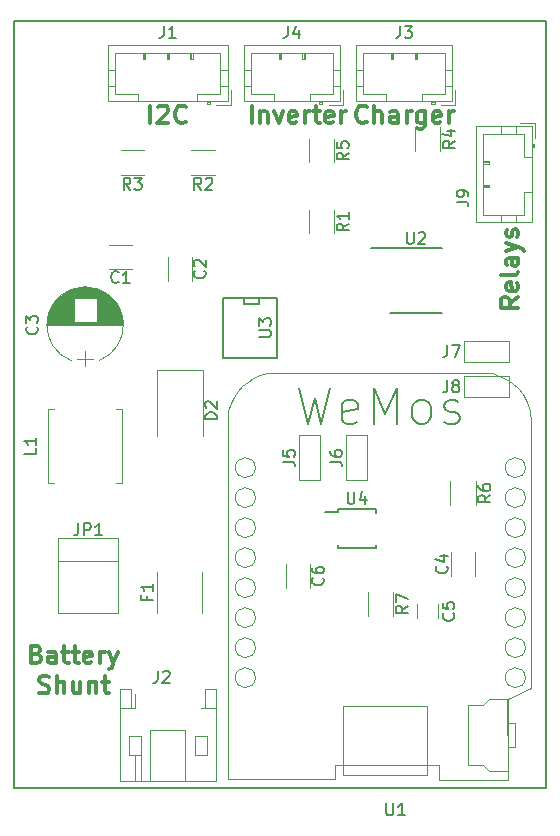
<source format=gbr>
%TF.GenerationSoftware,KiCad,Pcbnew,5.0.0*%
%TF.CreationDate,2018-10-12T22:56:55+01:00*%
%TF.ProjectId,ESP8266_home_battery_controller,455350383236365F686F6D655F626174,rev?*%
%TF.SameCoordinates,Original*%
%TF.FileFunction,Legend,Top*%
%TF.FilePolarity,Positive*%
%FSLAX46Y46*%
G04 Gerber Fmt 4.6, Leading zero omitted, Abs format (unit mm)*
G04 Created by KiCad (PCBNEW 5.0.0) date Fri Oct 12 22:56:55 2018*
%MOMM*%
%LPD*%
G01*
G04 APERTURE LIST*
%ADD10C,0.300000*%
%ADD11C,0.150000*%
%ADD12C,0.120000*%
%ADD13C,0.100000*%
G04 APERTURE END LIST*
D10*
X151892857Y-108617857D02*
X152107142Y-108689285D01*
X152178571Y-108760714D01*
X152250000Y-108903571D01*
X152250000Y-109117857D01*
X152178571Y-109260714D01*
X152107142Y-109332142D01*
X151964285Y-109403571D01*
X151392857Y-109403571D01*
X151392857Y-107903571D01*
X151892857Y-107903571D01*
X152035714Y-107975000D01*
X152107142Y-108046428D01*
X152178571Y-108189285D01*
X152178571Y-108332142D01*
X152107142Y-108475000D01*
X152035714Y-108546428D01*
X151892857Y-108617857D01*
X151392857Y-108617857D01*
X153535714Y-109403571D02*
X153535714Y-108617857D01*
X153464285Y-108475000D01*
X153321428Y-108403571D01*
X153035714Y-108403571D01*
X152892857Y-108475000D01*
X153535714Y-109332142D02*
X153392857Y-109403571D01*
X153035714Y-109403571D01*
X152892857Y-109332142D01*
X152821428Y-109189285D01*
X152821428Y-109046428D01*
X152892857Y-108903571D01*
X153035714Y-108832142D01*
X153392857Y-108832142D01*
X153535714Y-108760714D01*
X154035714Y-108403571D02*
X154607142Y-108403571D01*
X154250000Y-107903571D02*
X154250000Y-109189285D01*
X154321428Y-109332142D01*
X154464285Y-109403571D01*
X154607142Y-109403571D01*
X154892857Y-108403571D02*
X155464285Y-108403571D01*
X155107142Y-107903571D02*
X155107142Y-109189285D01*
X155178571Y-109332142D01*
X155321428Y-109403571D01*
X155464285Y-109403571D01*
X156535714Y-109332142D02*
X156392857Y-109403571D01*
X156107142Y-109403571D01*
X155964285Y-109332142D01*
X155892857Y-109189285D01*
X155892857Y-108617857D01*
X155964285Y-108475000D01*
X156107142Y-108403571D01*
X156392857Y-108403571D01*
X156535714Y-108475000D01*
X156607142Y-108617857D01*
X156607142Y-108760714D01*
X155892857Y-108903571D01*
X157250000Y-109403571D02*
X157250000Y-108403571D01*
X157250000Y-108689285D02*
X157321428Y-108546428D01*
X157392857Y-108475000D01*
X157535714Y-108403571D01*
X157678571Y-108403571D01*
X158035714Y-108403571D02*
X158392857Y-109403571D01*
X158750000Y-108403571D02*
X158392857Y-109403571D01*
X158250000Y-109760714D01*
X158178571Y-109832142D01*
X158035714Y-109903571D01*
X152107142Y-111882142D02*
X152321428Y-111953571D01*
X152678571Y-111953571D01*
X152821428Y-111882142D01*
X152892857Y-111810714D01*
X152964285Y-111667857D01*
X152964285Y-111525000D01*
X152892857Y-111382142D01*
X152821428Y-111310714D01*
X152678571Y-111239285D01*
X152392857Y-111167857D01*
X152250000Y-111096428D01*
X152178571Y-111025000D01*
X152107142Y-110882142D01*
X152107142Y-110739285D01*
X152178571Y-110596428D01*
X152250000Y-110525000D01*
X152392857Y-110453571D01*
X152750000Y-110453571D01*
X152964285Y-110525000D01*
X153607142Y-111953571D02*
X153607142Y-110453571D01*
X154250000Y-111953571D02*
X154250000Y-111167857D01*
X154178571Y-111025000D01*
X154035714Y-110953571D01*
X153821428Y-110953571D01*
X153678571Y-111025000D01*
X153607142Y-111096428D01*
X155607142Y-110953571D02*
X155607142Y-111953571D01*
X154964285Y-110953571D02*
X154964285Y-111739285D01*
X155035714Y-111882142D01*
X155178571Y-111953571D01*
X155392857Y-111953571D01*
X155535714Y-111882142D01*
X155607142Y-111810714D01*
X156321428Y-110953571D02*
X156321428Y-111953571D01*
X156321428Y-111096428D02*
X156392857Y-111025000D01*
X156535714Y-110953571D01*
X156750000Y-110953571D01*
X156892857Y-111025000D01*
X156964285Y-111167857D01*
X156964285Y-111953571D01*
X157464285Y-110953571D02*
X158035714Y-110953571D01*
X157678571Y-110453571D02*
X157678571Y-111739285D01*
X157750000Y-111882142D01*
X157892857Y-111953571D01*
X158035714Y-111953571D01*
X192678571Y-78428571D02*
X191964285Y-78928571D01*
X192678571Y-79285714D02*
X191178571Y-79285714D01*
X191178571Y-78714285D01*
X191250000Y-78571428D01*
X191321428Y-78500000D01*
X191464285Y-78428571D01*
X191678571Y-78428571D01*
X191821428Y-78500000D01*
X191892857Y-78571428D01*
X191964285Y-78714285D01*
X191964285Y-79285714D01*
X192607142Y-77214285D02*
X192678571Y-77357142D01*
X192678571Y-77642857D01*
X192607142Y-77785714D01*
X192464285Y-77857142D01*
X191892857Y-77857142D01*
X191750000Y-77785714D01*
X191678571Y-77642857D01*
X191678571Y-77357142D01*
X191750000Y-77214285D01*
X191892857Y-77142857D01*
X192035714Y-77142857D01*
X192178571Y-77857142D01*
X192678571Y-76285714D02*
X192607142Y-76428571D01*
X192464285Y-76500000D01*
X191178571Y-76500000D01*
X192678571Y-75071428D02*
X191892857Y-75071428D01*
X191750000Y-75142857D01*
X191678571Y-75285714D01*
X191678571Y-75571428D01*
X191750000Y-75714285D01*
X192607142Y-75071428D02*
X192678571Y-75214285D01*
X192678571Y-75571428D01*
X192607142Y-75714285D01*
X192464285Y-75785714D01*
X192321428Y-75785714D01*
X192178571Y-75714285D01*
X192107142Y-75571428D01*
X192107142Y-75214285D01*
X192035714Y-75071428D01*
X191678571Y-74500000D02*
X192678571Y-74142857D01*
X191678571Y-73785714D02*
X192678571Y-74142857D01*
X193035714Y-74285714D01*
X193107142Y-74357142D01*
X193178571Y-74500000D01*
X192607142Y-73285714D02*
X192678571Y-73142857D01*
X192678571Y-72857142D01*
X192607142Y-72714285D01*
X192464285Y-72642857D01*
X192392857Y-72642857D01*
X192250000Y-72714285D01*
X192178571Y-72857142D01*
X192178571Y-73071428D01*
X192107142Y-73214285D01*
X191964285Y-73285714D01*
X191892857Y-73285714D01*
X191750000Y-73214285D01*
X191678571Y-73071428D01*
X191678571Y-72857142D01*
X191750000Y-72714285D01*
X179857142Y-63535714D02*
X179785714Y-63607142D01*
X179571428Y-63678571D01*
X179428571Y-63678571D01*
X179214285Y-63607142D01*
X179071428Y-63464285D01*
X179000000Y-63321428D01*
X178928571Y-63035714D01*
X178928571Y-62821428D01*
X179000000Y-62535714D01*
X179071428Y-62392857D01*
X179214285Y-62250000D01*
X179428571Y-62178571D01*
X179571428Y-62178571D01*
X179785714Y-62250000D01*
X179857142Y-62321428D01*
X180500000Y-63678571D02*
X180500000Y-62178571D01*
X181142857Y-63678571D02*
X181142857Y-62892857D01*
X181071428Y-62750000D01*
X180928571Y-62678571D01*
X180714285Y-62678571D01*
X180571428Y-62750000D01*
X180500000Y-62821428D01*
X182500000Y-63678571D02*
X182500000Y-62892857D01*
X182428571Y-62750000D01*
X182285714Y-62678571D01*
X182000000Y-62678571D01*
X181857142Y-62750000D01*
X182500000Y-63607142D02*
X182357142Y-63678571D01*
X182000000Y-63678571D01*
X181857142Y-63607142D01*
X181785714Y-63464285D01*
X181785714Y-63321428D01*
X181857142Y-63178571D01*
X182000000Y-63107142D01*
X182357142Y-63107142D01*
X182500000Y-63035714D01*
X183214285Y-63678571D02*
X183214285Y-62678571D01*
X183214285Y-62964285D02*
X183285714Y-62821428D01*
X183357142Y-62750000D01*
X183500000Y-62678571D01*
X183642857Y-62678571D01*
X184785714Y-62678571D02*
X184785714Y-63892857D01*
X184714285Y-64035714D01*
X184642857Y-64107142D01*
X184500000Y-64178571D01*
X184285714Y-64178571D01*
X184142857Y-64107142D01*
X184785714Y-63607142D02*
X184642857Y-63678571D01*
X184357142Y-63678571D01*
X184214285Y-63607142D01*
X184142857Y-63535714D01*
X184071428Y-63392857D01*
X184071428Y-62964285D01*
X184142857Y-62821428D01*
X184214285Y-62750000D01*
X184357142Y-62678571D01*
X184642857Y-62678571D01*
X184785714Y-62750000D01*
X186071428Y-63607142D02*
X185928571Y-63678571D01*
X185642857Y-63678571D01*
X185500000Y-63607142D01*
X185428571Y-63464285D01*
X185428571Y-62892857D01*
X185500000Y-62750000D01*
X185642857Y-62678571D01*
X185928571Y-62678571D01*
X186071428Y-62750000D01*
X186142857Y-62892857D01*
X186142857Y-63035714D01*
X185428571Y-63178571D01*
X186785714Y-63678571D02*
X186785714Y-62678571D01*
X186785714Y-62964285D02*
X186857142Y-62821428D01*
X186928571Y-62750000D01*
X187071428Y-62678571D01*
X187214285Y-62678571D01*
X170107142Y-63678571D02*
X170107142Y-62178571D01*
X170821428Y-62678571D02*
X170821428Y-63678571D01*
X170821428Y-62821428D02*
X170892857Y-62750000D01*
X171035714Y-62678571D01*
X171250000Y-62678571D01*
X171392857Y-62750000D01*
X171464285Y-62892857D01*
X171464285Y-63678571D01*
X172035714Y-62678571D02*
X172392857Y-63678571D01*
X172750000Y-62678571D01*
X173892857Y-63607142D02*
X173750000Y-63678571D01*
X173464285Y-63678571D01*
X173321428Y-63607142D01*
X173250000Y-63464285D01*
X173250000Y-62892857D01*
X173321428Y-62750000D01*
X173464285Y-62678571D01*
X173750000Y-62678571D01*
X173892857Y-62750000D01*
X173964285Y-62892857D01*
X173964285Y-63035714D01*
X173250000Y-63178571D01*
X174607142Y-63678571D02*
X174607142Y-62678571D01*
X174607142Y-62964285D02*
X174678571Y-62821428D01*
X174750000Y-62750000D01*
X174892857Y-62678571D01*
X175035714Y-62678571D01*
X175321428Y-62678571D02*
X175892857Y-62678571D01*
X175535714Y-62178571D02*
X175535714Y-63464285D01*
X175607142Y-63607142D01*
X175750000Y-63678571D01*
X175892857Y-63678571D01*
X176964285Y-63607142D02*
X176821428Y-63678571D01*
X176535714Y-63678571D01*
X176392857Y-63607142D01*
X176321428Y-63464285D01*
X176321428Y-62892857D01*
X176392857Y-62750000D01*
X176535714Y-62678571D01*
X176821428Y-62678571D01*
X176964285Y-62750000D01*
X177035714Y-62892857D01*
X177035714Y-63035714D01*
X176321428Y-63178571D01*
X177678571Y-63678571D02*
X177678571Y-62678571D01*
X177678571Y-62964285D02*
X177750000Y-62821428D01*
X177821428Y-62750000D01*
X177964285Y-62678571D01*
X178107142Y-62678571D01*
X161535714Y-63678571D02*
X161535714Y-62178571D01*
X162178571Y-62321428D02*
X162250000Y-62250000D01*
X162392857Y-62178571D01*
X162750000Y-62178571D01*
X162892857Y-62250000D01*
X162964285Y-62321428D01*
X163035714Y-62464285D01*
X163035714Y-62607142D01*
X162964285Y-62821428D01*
X162107142Y-63678571D01*
X163035714Y-63678571D01*
X164535714Y-63535714D02*
X164464285Y-63607142D01*
X164250000Y-63678571D01*
X164107142Y-63678571D01*
X163892857Y-63607142D01*
X163750000Y-63464285D01*
X163678571Y-63321428D01*
X163607142Y-63035714D01*
X163607142Y-62821428D01*
X163678571Y-62535714D01*
X163750000Y-62392857D01*
X163892857Y-62250000D01*
X164107142Y-62178571D01*
X164250000Y-62178571D01*
X164464285Y-62250000D01*
X164535714Y-62321428D01*
D11*
X150000000Y-55000000D02*
X195000000Y-55000000D01*
X150000000Y-120000000D02*
X150000000Y-55000000D01*
X195000000Y-120000000D02*
X150000000Y-120000000D01*
X195000000Y-55000000D02*
X195000000Y-120000000D01*
D12*
X152900000Y-94100000D02*
X153350000Y-94100000D01*
X159100000Y-94100000D02*
X158650000Y-94100000D01*
X159100000Y-87900000D02*
X158650000Y-87900000D01*
X159100000Y-87900000D02*
X159100000Y-94100000D01*
X152900000Y-87900000D02*
X153350000Y-87900000D01*
X152900000Y-94100000D02*
X152900000Y-87900000D01*
D11*
X177375000Y-96550000D02*
X176300000Y-96550000D01*
X177375000Y-99625000D02*
X180625000Y-99625000D01*
X177375000Y-96375000D02*
X180625000Y-96375000D01*
X177375000Y-99625000D02*
X177375000Y-99350000D01*
X180625000Y-99625000D02*
X180625000Y-99350000D01*
X180625000Y-96375000D02*
X180625000Y-96650000D01*
X177375000Y-96375000D02*
X177375000Y-96550000D01*
X180225000Y-74200000D02*
X186200000Y-74200000D01*
X181800000Y-79725000D02*
X186200000Y-79725000D01*
D12*
X187360000Y-62110000D02*
X187360000Y-60860000D01*
X186110000Y-62110000D02*
X187360000Y-62110000D01*
X182000000Y-57700000D02*
X182000000Y-58200000D01*
X181900000Y-58200000D02*
X181900000Y-57700000D01*
X182100000Y-58200000D02*
X181900000Y-58200000D01*
X182100000Y-57700000D02*
X182100000Y-58200000D01*
X184000000Y-57700000D02*
X184000000Y-58200000D01*
X183900000Y-58200000D02*
X183900000Y-57700000D01*
X184100000Y-58200000D02*
X183900000Y-58200000D01*
X184100000Y-57700000D02*
X184100000Y-58200000D01*
X178940000Y-59200000D02*
X179550000Y-59200000D01*
X178940000Y-60500000D02*
X179550000Y-60500000D01*
X187060000Y-59200000D02*
X186450000Y-59200000D01*
X187060000Y-60500000D02*
X186450000Y-60500000D01*
X181500000Y-61200000D02*
X181500000Y-61810000D01*
X179550000Y-61200000D02*
X181500000Y-61200000D01*
X179550000Y-57700000D02*
X179550000Y-61200000D01*
X186450000Y-57700000D02*
X179550000Y-57700000D01*
X186450000Y-61200000D02*
X186450000Y-57700000D01*
X184500000Y-61200000D02*
X186450000Y-61200000D01*
X184500000Y-61810000D02*
X184500000Y-61200000D01*
X185300000Y-61910000D02*
X185600000Y-61910000D01*
X185600000Y-62010000D02*
X185600000Y-61810000D01*
X185300000Y-62010000D02*
X185600000Y-62010000D01*
X185300000Y-61810000D02*
X185300000Y-62010000D01*
X178940000Y-61810000D02*
X187060000Y-61810000D01*
X178940000Y-57090000D02*
X178940000Y-61810000D01*
X187060000Y-57090000D02*
X178940000Y-57090000D01*
X187060000Y-61810000D02*
X187060000Y-57090000D01*
X177860000Y-62110000D02*
X177860000Y-60860000D01*
X176610000Y-62110000D02*
X177860000Y-62110000D01*
X172500000Y-57700000D02*
X172500000Y-58200000D01*
X172400000Y-58200000D02*
X172400000Y-57700000D01*
X172600000Y-58200000D02*
X172400000Y-58200000D01*
X172600000Y-57700000D02*
X172600000Y-58200000D01*
X174500000Y-57700000D02*
X174500000Y-58200000D01*
X174400000Y-58200000D02*
X174400000Y-57700000D01*
X174600000Y-58200000D02*
X174400000Y-58200000D01*
X174600000Y-57700000D02*
X174600000Y-58200000D01*
X169440000Y-59200000D02*
X170050000Y-59200000D01*
X169440000Y-60500000D02*
X170050000Y-60500000D01*
X177560000Y-59200000D02*
X176950000Y-59200000D01*
X177560000Y-60500000D02*
X176950000Y-60500000D01*
X172000000Y-61200000D02*
X172000000Y-61810000D01*
X170050000Y-61200000D02*
X172000000Y-61200000D01*
X170050000Y-57700000D02*
X170050000Y-61200000D01*
X176950000Y-57700000D02*
X170050000Y-57700000D01*
X176950000Y-61200000D02*
X176950000Y-57700000D01*
X175000000Y-61200000D02*
X176950000Y-61200000D01*
X175000000Y-61810000D02*
X175000000Y-61200000D01*
X175800000Y-61910000D02*
X176100000Y-61910000D01*
X176100000Y-62010000D02*
X176100000Y-61810000D01*
X175800000Y-62010000D02*
X176100000Y-62010000D01*
X175800000Y-61810000D02*
X175800000Y-62010000D01*
X169440000Y-61810000D02*
X177560000Y-61810000D01*
X169440000Y-57090000D02*
X169440000Y-61810000D01*
X177560000Y-57090000D02*
X169440000Y-57090000D01*
X177560000Y-61810000D02*
X177560000Y-57090000D01*
X168360000Y-62110000D02*
X168360000Y-60860000D01*
X167110000Y-62110000D02*
X168360000Y-62110000D01*
X161000000Y-57700000D02*
X161000000Y-58200000D01*
X160900000Y-58200000D02*
X160900000Y-57700000D01*
X161100000Y-58200000D02*
X160900000Y-58200000D01*
X161100000Y-57700000D02*
X161100000Y-58200000D01*
X163000000Y-57700000D02*
X163000000Y-58200000D01*
X162900000Y-58200000D02*
X162900000Y-57700000D01*
X163100000Y-58200000D02*
X162900000Y-58200000D01*
X163100000Y-57700000D02*
X163100000Y-58200000D01*
X165000000Y-57700000D02*
X165000000Y-58200000D01*
X164900000Y-58200000D02*
X164900000Y-57700000D01*
X165100000Y-58200000D02*
X164900000Y-58200000D01*
X165100000Y-57700000D02*
X165100000Y-58200000D01*
X157940000Y-59200000D02*
X158550000Y-59200000D01*
X157940000Y-60500000D02*
X158550000Y-60500000D01*
X168060000Y-59200000D02*
X167450000Y-59200000D01*
X168060000Y-60500000D02*
X167450000Y-60500000D01*
X160500000Y-61200000D02*
X160500000Y-61810000D01*
X158550000Y-61200000D02*
X160500000Y-61200000D01*
X158550000Y-57700000D02*
X158550000Y-61200000D01*
X167450000Y-57700000D02*
X158550000Y-57700000D01*
X167450000Y-61200000D02*
X167450000Y-57700000D01*
X165500000Y-61200000D02*
X167450000Y-61200000D01*
X165500000Y-61810000D02*
X165500000Y-61200000D01*
X166300000Y-61910000D02*
X166600000Y-61910000D01*
X166600000Y-62010000D02*
X166600000Y-61810000D01*
X166300000Y-62010000D02*
X166600000Y-62010000D01*
X166300000Y-61810000D02*
X166300000Y-62010000D01*
X157940000Y-61810000D02*
X168060000Y-61810000D01*
X157940000Y-57090000D02*
X157940000Y-61810000D01*
X168060000Y-57090000D02*
X157940000Y-57090000D01*
X168060000Y-61810000D02*
X168060000Y-57090000D01*
X179930000Y-105374779D02*
X179930000Y-103374779D01*
X182070000Y-103374779D02*
X182070000Y-105374779D01*
X189070000Y-94000000D02*
X189070000Y-96000000D01*
X186930000Y-96000000D02*
X186930000Y-94000000D01*
D13*
X191817472Y-119277228D02*
X186006180Y-119277228D01*
X186006180Y-119277228D02*
X185979849Y-117993795D01*
X185979849Y-117993795D02*
X177148627Y-118000483D01*
X177148627Y-118000483D02*
X177150603Y-119202736D01*
X177150603Y-119202736D02*
X168069807Y-119176658D01*
X168069807Y-119176658D02*
X168083805Y-88006507D01*
X168083805Y-88006507D02*
X168316616Y-87403714D01*
X168316616Y-87403714D02*
X168600099Y-86858833D01*
X168600099Y-86858833D02*
X168934747Y-86372423D01*
X168934747Y-86372423D02*
X169321047Y-85945048D01*
X169321047Y-85945048D02*
X169759488Y-85577259D01*
X169759488Y-85577259D02*
X170250560Y-85269623D01*
X170250560Y-85269623D02*
X170794750Y-85022690D01*
X170794750Y-85022690D02*
X171392547Y-84837024D01*
X171392547Y-84837024D02*
X190430460Y-84808266D01*
X190430460Y-84808266D02*
X191049824Y-85042259D01*
X191049824Y-85042259D02*
X191638018Y-85326742D01*
X191638018Y-85326742D02*
X192181445Y-85676257D01*
X192181445Y-85676257D02*
X192666503Y-86105342D01*
X192666503Y-86105342D02*
X193079595Y-86628540D01*
X193079595Y-86628540D02*
X193407122Y-87260387D01*
X193407122Y-87260387D02*
X193635482Y-88015425D01*
X193635482Y-88015425D02*
X193751078Y-88908193D01*
X193751078Y-88908193D02*
X193776026Y-111463285D01*
X193776026Y-111463285D02*
X191832480Y-112424181D01*
X191832480Y-112424181D02*
X191802686Y-119232524D01*
X177820350Y-113051451D02*
X184959931Y-113051451D01*
X184959931Y-113051451D02*
X184959931Y-118865188D01*
X184959931Y-118865188D02*
X177820350Y-118865188D01*
X177820350Y-118865188D02*
X177820350Y-113051451D01*
X191743600Y-112402349D02*
X190191378Y-112402349D01*
X190191378Y-112402349D02*
X189662211Y-112931515D01*
X189662211Y-112931515D02*
X188409850Y-112931515D01*
X188409850Y-112931515D02*
X188409850Y-117993876D01*
X188409850Y-117993876D02*
X189697489Y-117993876D01*
X189697489Y-117993876D02*
X190226656Y-118487765D01*
X190226656Y-118487765D02*
X191796517Y-118487765D01*
X191796517Y-118487765D02*
X191743600Y-112402349D01*
X191778878Y-114483738D02*
X192431517Y-114483738D01*
X192431517Y-114483738D02*
X192431517Y-116476932D01*
X192431517Y-116476932D02*
X191814156Y-116476932D01*
D12*
X155350000Y-83600000D02*
X156650000Y-83600000D01*
X156000000Y-84200000D02*
X156000000Y-83000000D01*
X155532000Y-77549000D02*
X156468000Y-77549000D01*
X155324000Y-77589000D02*
X156676000Y-77589000D01*
X155166000Y-77629000D02*
X156834000Y-77629000D01*
X155034000Y-77669000D02*
X156966000Y-77669000D01*
X154919000Y-77709000D02*
X157081000Y-77709000D01*
X154816000Y-77749000D02*
X157184000Y-77749000D01*
X154722000Y-77789000D02*
X157278000Y-77789000D01*
X154636000Y-77829000D02*
X157364000Y-77829000D01*
X154555000Y-77869000D02*
X157445000Y-77869000D01*
X154480000Y-77909000D02*
X157520000Y-77909000D01*
X154409000Y-77949000D02*
X157591000Y-77949000D01*
X154342000Y-77989000D02*
X157658000Y-77989000D01*
X154279000Y-78029000D02*
X157721000Y-78029000D01*
X154219000Y-78069000D02*
X157781000Y-78069000D01*
X154161000Y-78109000D02*
X157839000Y-78109000D01*
X154106000Y-78149000D02*
X157894000Y-78149000D01*
X154054000Y-78189000D02*
X157946000Y-78189000D01*
X154003000Y-78229000D02*
X157997000Y-78229000D01*
X153955000Y-78269000D02*
X158045000Y-78269000D01*
X153908000Y-78309000D02*
X158092000Y-78309000D01*
X153863000Y-78349000D02*
X158137000Y-78349000D01*
X153820000Y-78389000D02*
X158180000Y-78389000D01*
X153778000Y-78429000D02*
X158222000Y-78429000D01*
X153738000Y-78469000D02*
X158262000Y-78469000D01*
X153699000Y-78509000D02*
X158301000Y-78509000D01*
X156980000Y-78549000D02*
X158339000Y-78549000D01*
X153661000Y-78549000D02*
X155020000Y-78549000D01*
X156980000Y-78589000D02*
X158375000Y-78589000D01*
X153625000Y-78589000D02*
X155020000Y-78589000D01*
X156980000Y-78629000D02*
X158411000Y-78629000D01*
X153589000Y-78629000D02*
X155020000Y-78629000D01*
X156980000Y-78669000D02*
X158445000Y-78669000D01*
X153555000Y-78669000D02*
X155020000Y-78669000D01*
X156980000Y-78709000D02*
X158478000Y-78709000D01*
X153522000Y-78709000D02*
X155020000Y-78709000D01*
X156980000Y-78749000D02*
X158510000Y-78749000D01*
X153490000Y-78749000D02*
X155020000Y-78749000D01*
X156980000Y-78789000D02*
X158540000Y-78789000D01*
X153460000Y-78789000D02*
X155020000Y-78789000D01*
X156980000Y-78829000D02*
X158570000Y-78829000D01*
X153430000Y-78829000D02*
X155020000Y-78829000D01*
X156980000Y-78869000D02*
X158599000Y-78869000D01*
X153401000Y-78869000D02*
X155020000Y-78869000D01*
X156980000Y-78909000D02*
X158627000Y-78909000D01*
X153373000Y-78909000D02*
X155020000Y-78909000D01*
X156980000Y-78949000D02*
X158654000Y-78949000D01*
X153346000Y-78949000D02*
X155020000Y-78949000D01*
X156980000Y-78989000D02*
X158681000Y-78989000D01*
X153319000Y-78989000D02*
X155020000Y-78989000D01*
X156980000Y-79029000D02*
X158706000Y-79029000D01*
X153294000Y-79029000D02*
X155020000Y-79029000D01*
X156980000Y-79069000D02*
X158731000Y-79069000D01*
X153269000Y-79069000D02*
X155020000Y-79069000D01*
X156980000Y-79109000D02*
X158755000Y-79109000D01*
X153245000Y-79109000D02*
X155020000Y-79109000D01*
X156980000Y-79149000D02*
X158778000Y-79149000D01*
X153222000Y-79149000D02*
X155020000Y-79149000D01*
X156980000Y-79189000D02*
X158800000Y-79189000D01*
X153200000Y-79189000D02*
X155020000Y-79189000D01*
X156980000Y-79229000D02*
X158822000Y-79229000D01*
X153178000Y-79229000D02*
X155020000Y-79229000D01*
X156980000Y-79269000D02*
X158843000Y-79269000D01*
X153157000Y-79269000D02*
X155020000Y-79269000D01*
X156980000Y-79309000D02*
X158863000Y-79309000D01*
X153137000Y-79309000D02*
X155020000Y-79309000D01*
X156980000Y-79349000D02*
X158882000Y-79349000D01*
X153118000Y-79349000D02*
X155020000Y-79349000D01*
X156980000Y-79389000D02*
X158901000Y-79389000D01*
X153099000Y-79389000D02*
X155020000Y-79389000D01*
X156980000Y-79429000D02*
X158919000Y-79429000D01*
X153081000Y-79429000D02*
X155020000Y-79429000D01*
X156980000Y-79469000D02*
X158937000Y-79469000D01*
X153063000Y-79469000D02*
X155020000Y-79469000D01*
X156980000Y-79509000D02*
X158954000Y-79509000D01*
X153046000Y-79509000D02*
X155020000Y-79509000D01*
X156980000Y-79549000D02*
X158970000Y-79549000D01*
X153030000Y-79549000D02*
X155020000Y-79549000D01*
X156980000Y-79589000D02*
X158986000Y-79589000D01*
X153014000Y-79589000D02*
X155020000Y-79589000D01*
X156980000Y-79629000D02*
X159001000Y-79629000D01*
X152999000Y-79629000D02*
X155020000Y-79629000D01*
X156980000Y-79669000D02*
X159015000Y-79669000D01*
X152985000Y-79669000D02*
X155020000Y-79669000D01*
X156980000Y-79709000D02*
X159029000Y-79709000D01*
X152971000Y-79709000D02*
X155020000Y-79709000D01*
X156980000Y-79749000D02*
X159042000Y-79749000D01*
X152958000Y-79749000D02*
X155020000Y-79749000D01*
X156980000Y-79789000D02*
X159055000Y-79789000D01*
X152945000Y-79789000D02*
X155020000Y-79789000D01*
X156980000Y-79829000D02*
X159067000Y-79829000D01*
X152933000Y-79829000D02*
X155020000Y-79829000D01*
X156980000Y-79869000D02*
X159079000Y-79869000D01*
X152921000Y-79869000D02*
X155020000Y-79869000D01*
X156980000Y-79909000D02*
X159090000Y-79909000D01*
X152910000Y-79909000D02*
X155020000Y-79909000D01*
X156980000Y-79949000D02*
X159100000Y-79949000D01*
X152900000Y-79949000D02*
X155020000Y-79949000D01*
X156980000Y-79989000D02*
X159110000Y-79989000D01*
X152890000Y-79989000D02*
X155020000Y-79989000D01*
X156980000Y-80029000D02*
X159119000Y-80029000D01*
X152881000Y-80029000D02*
X155020000Y-80029000D01*
X156980000Y-80070000D02*
X159128000Y-80070000D01*
X152872000Y-80070000D02*
X155020000Y-80070000D01*
X156980000Y-80110000D02*
X159137000Y-80110000D01*
X152863000Y-80110000D02*
X155020000Y-80110000D01*
X156980000Y-80150000D02*
X159144000Y-80150000D01*
X152856000Y-80150000D02*
X155020000Y-80150000D01*
X156980000Y-80190000D02*
X159152000Y-80190000D01*
X152848000Y-80190000D02*
X155020000Y-80190000D01*
X156980000Y-80230000D02*
X159158000Y-80230000D01*
X152842000Y-80230000D02*
X155020000Y-80230000D01*
X156980000Y-80270000D02*
X159165000Y-80270000D01*
X152835000Y-80270000D02*
X155020000Y-80270000D01*
X156980000Y-80310000D02*
X159170000Y-80310000D01*
X152830000Y-80310000D02*
X155020000Y-80310000D01*
X156980000Y-80350000D02*
X159176000Y-80350000D01*
X152824000Y-80350000D02*
X155020000Y-80350000D01*
X156980000Y-80390000D02*
X159180000Y-80390000D01*
X152820000Y-80390000D02*
X155020000Y-80390000D01*
X156980000Y-80430000D02*
X159185000Y-80430000D01*
X152815000Y-80430000D02*
X155020000Y-80430000D01*
X156980000Y-80470000D02*
X159188000Y-80470000D01*
X152812000Y-80470000D02*
X155020000Y-80470000D01*
X152808000Y-80510000D02*
X159192000Y-80510000D01*
X152806000Y-80550000D02*
X159194000Y-80550000D01*
X152803000Y-80590000D02*
X159197000Y-80590000D01*
X152802000Y-80630000D02*
X159198000Y-80630000D01*
X152800000Y-80670000D02*
X159200000Y-80670000D01*
X152800000Y-80710000D02*
X159200000Y-80710000D01*
X152800000Y-80750000D02*
X159200000Y-80750000D01*
X157179136Y-77732180D02*
G75*
G03X154820000Y-77732518I-1179136J-3017820D01*
G01*
X157179136Y-77732180D02*
G75*
G02X157180000Y-83767482I-1179136J-3017820D01*
G01*
X154820864Y-77732180D02*
G75*
G03X154820000Y-83767482I1179136J-3017820D01*
G01*
X165880000Y-105130000D02*
X165880000Y-101670000D01*
X162120000Y-105130000D02*
X162120000Y-101670000D01*
X174110000Y-90090000D02*
X174110000Y-93910000D01*
X174110000Y-93910000D02*
X175890000Y-93910000D01*
X175890000Y-93910000D02*
X175890000Y-90090000D01*
X174110000Y-90090000D02*
X175890000Y-90090000D01*
X178110000Y-90090000D02*
X178110000Y-93910000D01*
X178110000Y-93910000D02*
X179890000Y-93910000D01*
X179890000Y-93910000D02*
X179890000Y-90090000D01*
X178110000Y-90090000D02*
X179890000Y-90090000D01*
X188090000Y-83890000D02*
X191910000Y-83890000D01*
X191910000Y-83890000D02*
X191910000Y-82110000D01*
X191910000Y-82110000D02*
X188090000Y-82110000D01*
X188090000Y-83890000D02*
X188090000Y-82110000D01*
X188090000Y-86890000D02*
X191910000Y-86890000D01*
X191910000Y-86890000D02*
X191910000Y-85110000D01*
X191910000Y-85110000D02*
X188090000Y-85110000D01*
X188090000Y-86890000D02*
X188090000Y-85110000D01*
X158810000Y-100730000D02*
X153730000Y-100730000D01*
X158810000Y-105170000D02*
X153730000Y-105170000D01*
X153730000Y-98830000D02*
X158810000Y-98830000D01*
X153730000Y-98830000D02*
X153730000Y-105170000D01*
X158810000Y-98830000D02*
X158810000Y-105170000D01*
X174930000Y-73000000D02*
X174930000Y-71000000D01*
X177070000Y-71000000D02*
X177070000Y-73000000D01*
D11*
X172286000Y-78460000D02*
X172286000Y-83540000D01*
X172286000Y-83540000D02*
X167714000Y-83540000D01*
X167714000Y-83540000D02*
X167714000Y-78460000D01*
X167714000Y-78460000D02*
X172286000Y-78460000D01*
X170762000Y-78460000D02*
X170762000Y-78968000D01*
X170762000Y-78968000D02*
X169492000Y-78968000D01*
X169492000Y-78968000D02*
X169492000Y-78460000D01*
D12*
X158000000Y-76020000D02*
X160000000Y-76020000D01*
X160000000Y-73980000D02*
X158000000Y-73980000D01*
X165020000Y-77000000D02*
X165020000Y-75000000D01*
X162980000Y-75000000D02*
X162980000Y-77000000D01*
X165950000Y-84540000D02*
X162050000Y-84540000D01*
X162050000Y-84540000D02*
X162050000Y-90150000D01*
X165950000Y-84540000D02*
X165950000Y-90150000D01*
X161500000Y-119380000D02*
X161500000Y-115030000D01*
X161500000Y-115030000D02*
X164500000Y-115030000D01*
X164500000Y-115030000D02*
X164500000Y-119380000D01*
X160200000Y-113180000D02*
X159850000Y-113180000D01*
X159850000Y-113180000D02*
X159850000Y-111580000D01*
X159850000Y-111580000D02*
X158950000Y-111580000D01*
X158950000Y-111580000D02*
X158950000Y-119380000D01*
X158950000Y-119380000D02*
X167050000Y-119380000D01*
X167050000Y-119380000D02*
X167050000Y-111580000D01*
X167050000Y-111580000D02*
X166150000Y-111580000D01*
X166150000Y-111580000D02*
X166150000Y-113180000D01*
X166150000Y-113180000D02*
X165800000Y-113180000D01*
X158950000Y-113180000D02*
X159850000Y-113180000D01*
X167050000Y-113180000D02*
X166150000Y-113180000D01*
X159700000Y-115530000D02*
X159700000Y-117130000D01*
X159700000Y-117130000D02*
X160700000Y-117130000D01*
X160700000Y-117130000D02*
X160700000Y-115530000D01*
X160700000Y-115530000D02*
X159700000Y-115530000D01*
X166300000Y-115530000D02*
X166300000Y-117130000D01*
X166300000Y-117130000D02*
X165300000Y-117130000D01*
X165300000Y-117130000D02*
X165300000Y-115530000D01*
X165300000Y-115530000D02*
X166300000Y-115530000D01*
X160700000Y-117130000D02*
X160700000Y-119380000D01*
X160200000Y-117130000D02*
X160200000Y-119380000D01*
X160200000Y-113180000D02*
X160200000Y-111980000D01*
X165000000Y-65930000D02*
X167000000Y-65930000D01*
X167000000Y-68070000D02*
X165000000Y-68070000D01*
X159000000Y-65930000D02*
X161000000Y-65930000D01*
X161000000Y-68070000D02*
X159000000Y-68070000D01*
X183930000Y-66000000D02*
X183930000Y-64000000D01*
X186070000Y-64000000D02*
X186070000Y-66000000D01*
X174930000Y-67000000D02*
X174930000Y-65000000D01*
X177070000Y-65000000D02*
X177070000Y-67000000D01*
X186980000Y-100000000D02*
X186980000Y-102000000D01*
X189020000Y-102000000D02*
X189020000Y-100000000D01*
X175020000Y-103000000D02*
X175020000Y-101000000D01*
X172980000Y-101000000D02*
X172980000Y-103000000D01*
X193810000Y-63940000D02*
X189090000Y-63940000D01*
X189090000Y-63940000D02*
X189090000Y-72060000D01*
X189090000Y-72060000D02*
X193810000Y-72060000D01*
X193810000Y-72060000D02*
X193810000Y-63940000D01*
X193810000Y-65700000D02*
X194010000Y-65700000D01*
X194010000Y-65700000D02*
X194010000Y-65400000D01*
X194010000Y-65400000D02*
X193810000Y-65400000D01*
X193910000Y-65700000D02*
X193910000Y-65400000D01*
X193810000Y-66500000D02*
X193200000Y-66500000D01*
X193200000Y-66500000D02*
X193200000Y-64550000D01*
X193200000Y-64550000D02*
X189700000Y-64550000D01*
X189700000Y-64550000D02*
X189700000Y-71450000D01*
X189700000Y-71450000D02*
X193200000Y-71450000D01*
X193200000Y-71450000D02*
X193200000Y-69500000D01*
X193200000Y-69500000D02*
X193810000Y-69500000D01*
X192500000Y-63940000D02*
X192500000Y-64550000D01*
X191200000Y-63940000D02*
X191200000Y-64550000D01*
X192500000Y-72060000D02*
X192500000Y-71450000D01*
X191200000Y-72060000D02*
X191200000Y-71450000D01*
X189700000Y-66900000D02*
X190200000Y-66900000D01*
X190200000Y-66900000D02*
X190200000Y-67100000D01*
X190200000Y-67100000D02*
X189700000Y-67100000D01*
X189700000Y-67000000D02*
X190200000Y-67000000D01*
X189700000Y-68900000D02*
X190200000Y-68900000D01*
X190200000Y-68900000D02*
X190200000Y-69100000D01*
X190200000Y-69100000D02*
X189700000Y-69100000D01*
X189700000Y-69000000D02*
X190200000Y-69000000D01*
X194110000Y-64890000D02*
X194110000Y-63640000D01*
X194110000Y-63640000D02*
X192860000Y-63640000D01*
X185910000Y-104397936D02*
X185910000Y-105602064D01*
X184090000Y-104397936D02*
X184090000Y-105602064D01*
D13*
X170420000Y-92840000D02*
G75*
G03X170420000Y-92840000I-850000J0D01*
G01*
X170420000Y-95380000D02*
G75*
G03X170420000Y-95380000I-850000J0D01*
G01*
X170420000Y-97920000D02*
G75*
G03X170420000Y-97920000I-850000J0D01*
G01*
X170420000Y-100460000D02*
G75*
G03X170420000Y-100460000I-850000J0D01*
G01*
X170420000Y-103000000D02*
G75*
G03X170420000Y-103000000I-850000J0D01*
G01*
X170420000Y-105540000D02*
G75*
G03X170420000Y-105540000I-850000J0D01*
G01*
X170420000Y-108080000D02*
G75*
G03X170420000Y-108080000I-850000J0D01*
G01*
X170420000Y-110620000D02*
G75*
G03X170420000Y-110620000I-850000J0D01*
G01*
X193280000Y-110620000D02*
G75*
G03X193280000Y-110620000I-850000J0D01*
G01*
X193280000Y-108080000D02*
G75*
G03X193280000Y-108080000I-850000J0D01*
G01*
X193280000Y-105540000D02*
G75*
G03X193280000Y-105540000I-850000J0D01*
G01*
X193280000Y-103000000D02*
G75*
G03X193280000Y-103000000I-850000J0D01*
G01*
X193280000Y-100460000D02*
G75*
G03X193280000Y-100460000I-850000J0D01*
G01*
X193280000Y-97920000D02*
G75*
G03X193280000Y-97920000I-850000J0D01*
G01*
X193280000Y-95380000D02*
G75*
G03X193280000Y-95380000I-850000J0D01*
G01*
X193280000Y-92840000D02*
G75*
G03X193280000Y-92840000I-850000J0D01*
G01*
D11*
X151852380Y-91166666D02*
X151852380Y-91642857D01*
X150852380Y-91642857D01*
X151852380Y-90309523D02*
X151852380Y-90880952D01*
X151852380Y-90595238D02*
X150852380Y-90595238D01*
X150995238Y-90690476D01*
X151090476Y-90785714D01*
X151138095Y-90880952D01*
X178238095Y-94902380D02*
X178238095Y-95711904D01*
X178285714Y-95807142D01*
X178333333Y-95854761D01*
X178428571Y-95902380D01*
X178619047Y-95902380D01*
X178714285Y-95854761D01*
X178761904Y-95807142D01*
X178809523Y-95711904D01*
X178809523Y-94902380D01*
X179714285Y-95235714D02*
X179714285Y-95902380D01*
X179476190Y-94854761D02*
X179238095Y-95569047D01*
X179857142Y-95569047D01*
X183238095Y-72902380D02*
X183238095Y-73711904D01*
X183285714Y-73807142D01*
X183333333Y-73854761D01*
X183428571Y-73902380D01*
X183619047Y-73902380D01*
X183714285Y-73854761D01*
X183761904Y-73807142D01*
X183809523Y-73711904D01*
X183809523Y-72902380D01*
X184238095Y-72997619D02*
X184285714Y-72950000D01*
X184380952Y-72902380D01*
X184619047Y-72902380D01*
X184714285Y-72950000D01*
X184761904Y-72997619D01*
X184809523Y-73092857D01*
X184809523Y-73188095D01*
X184761904Y-73330952D01*
X184190476Y-73902380D01*
X184809523Y-73902380D01*
X182666666Y-55452380D02*
X182666666Y-56166666D01*
X182619047Y-56309523D01*
X182523809Y-56404761D01*
X182380952Y-56452380D01*
X182285714Y-56452380D01*
X183047619Y-55452380D02*
X183666666Y-55452380D01*
X183333333Y-55833333D01*
X183476190Y-55833333D01*
X183571428Y-55880952D01*
X183619047Y-55928571D01*
X183666666Y-56023809D01*
X183666666Y-56261904D01*
X183619047Y-56357142D01*
X183571428Y-56404761D01*
X183476190Y-56452380D01*
X183190476Y-56452380D01*
X183095238Y-56404761D01*
X183047619Y-56357142D01*
X173166666Y-55452380D02*
X173166666Y-56166666D01*
X173119047Y-56309523D01*
X173023809Y-56404761D01*
X172880952Y-56452380D01*
X172785714Y-56452380D01*
X174071428Y-55785714D02*
X174071428Y-56452380D01*
X173833333Y-55404761D02*
X173595238Y-56119047D01*
X174214285Y-56119047D01*
X162666666Y-55452380D02*
X162666666Y-56166666D01*
X162619047Y-56309523D01*
X162523809Y-56404761D01*
X162380952Y-56452380D01*
X162285714Y-56452380D01*
X163666666Y-56452380D02*
X163095238Y-56452380D01*
X163380952Y-56452380D02*
X163380952Y-55452380D01*
X163285714Y-55595238D01*
X163190476Y-55690476D01*
X163095238Y-55738095D01*
X183302380Y-104541445D02*
X182826190Y-104874779D01*
X183302380Y-105112874D02*
X182302380Y-105112874D01*
X182302380Y-104731921D01*
X182350000Y-104636683D01*
X182397619Y-104589064D01*
X182492857Y-104541445D01*
X182635714Y-104541445D01*
X182730952Y-104589064D01*
X182778571Y-104636683D01*
X182826190Y-104731921D01*
X182826190Y-105112874D01*
X182302380Y-104208112D02*
X182302380Y-103541445D01*
X183302380Y-103970017D01*
X190302380Y-95166666D02*
X189826190Y-95500000D01*
X190302380Y-95738095D02*
X189302380Y-95738095D01*
X189302380Y-95357142D01*
X189350000Y-95261904D01*
X189397619Y-95214285D01*
X189492857Y-95166666D01*
X189635714Y-95166666D01*
X189730952Y-95214285D01*
X189778571Y-95261904D01*
X189826190Y-95357142D01*
X189826190Y-95738095D01*
X189302380Y-94309523D02*
X189302380Y-94500000D01*
X189350000Y-94595238D01*
X189397619Y-94642857D01*
X189540476Y-94738095D01*
X189730952Y-94785714D01*
X190111904Y-94785714D01*
X190207142Y-94738095D01*
X190254761Y-94690476D01*
X190302380Y-94595238D01*
X190302380Y-94404761D01*
X190254761Y-94309523D01*
X190207142Y-94261904D01*
X190111904Y-94214285D01*
X189873809Y-94214285D01*
X189778571Y-94261904D01*
X189730952Y-94309523D01*
X189683333Y-94404761D01*
X189683333Y-94595238D01*
X189730952Y-94690476D01*
X189778571Y-94738095D01*
X189873809Y-94785714D01*
X181508095Y-121262380D02*
X181508095Y-122071904D01*
X181555714Y-122167142D01*
X181603333Y-122214761D01*
X181698571Y-122262380D01*
X181889047Y-122262380D01*
X181984285Y-122214761D01*
X182031904Y-122167142D01*
X182079523Y-122071904D01*
X182079523Y-121262380D01*
X183079523Y-122262380D02*
X182508095Y-122262380D01*
X182793809Y-122262380D02*
X182793809Y-121262380D01*
X182698571Y-121405238D01*
X182603333Y-121500476D01*
X182508095Y-121548095D01*
X174142857Y-86117142D02*
X174857142Y-89117142D01*
X175428571Y-86974285D01*
X176000000Y-89117142D01*
X176714285Y-86117142D01*
X179000000Y-88974285D02*
X178714285Y-89117142D01*
X178142857Y-89117142D01*
X177857142Y-88974285D01*
X177714285Y-88688571D01*
X177714285Y-87545714D01*
X177857142Y-87260000D01*
X178142857Y-87117142D01*
X178714285Y-87117142D01*
X179000000Y-87260000D01*
X179142857Y-87545714D01*
X179142857Y-87831428D01*
X177714285Y-88117142D01*
X180428571Y-89117142D02*
X180428571Y-86117142D01*
X181428571Y-88260000D01*
X182428571Y-86117142D01*
X182428571Y-89117142D01*
X184285714Y-89117142D02*
X184000000Y-88974285D01*
X183857142Y-88831428D01*
X183714285Y-88545714D01*
X183714285Y-87688571D01*
X183857142Y-87402857D01*
X184000000Y-87260000D01*
X184285714Y-87117142D01*
X184714285Y-87117142D01*
X185000000Y-87260000D01*
X185142857Y-87402857D01*
X185285714Y-87688571D01*
X185285714Y-88545714D01*
X185142857Y-88831428D01*
X185000000Y-88974285D01*
X184714285Y-89117142D01*
X184285714Y-89117142D01*
X186428571Y-88974285D02*
X186714285Y-89117142D01*
X187285714Y-89117142D01*
X187571428Y-88974285D01*
X187714285Y-88688571D01*
X187714285Y-88545714D01*
X187571428Y-88260000D01*
X187285714Y-88117142D01*
X186857142Y-88117142D01*
X186571428Y-87974285D01*
X186428571Y-87688571D01*
X186428571Y-87545714D01*
X186571428Y-87260000D01*
X186857142Y-87117142D01*
X187285714Y-87117142D01*
X187571428Y-87260000D01*
X151897142Y-80916666D02*
X151944761Y-80964285D01*
X151992380Y-81107142D01*
X151992380Y-81202380D01*
X151944761Y-81345238D01*
X151849523Y-81440476D01*
X151754285Y-81488095D01*
X151563809Y-81535714D01*
X151420952Y-81535714D01*
X151230476Y-81488095D01*
X151135238Y-81440476D01*
X151040000Y-81345238D01*
X150992380Y-81202380D01*
X150992380Y-81107142D01*
X151040000Y-80964285D01*
X151087619Y-80916666D01*
X150992380Y-80583333D02*
X150992380Y-79964285D01*
X151373333Y-80297619D01*
X151373333Y-80154761D01*
X151420952Y-80059523D01*
X151468571Y-80011904D01*
X151563809Y-79964285D01*
X151801904Y-79964285D01*
X151897142Y-80011904D01*
X151944761Y-80059523D01*
X151992380Y-80154761D01*
X151992380Y-80440476D01*
X151944761Y-80535714D01*
X151897142Y-80583333D01*
X161208571Y-103733333D02*
X161208571Y-104066666D01*
X161732380Y-104066666D02*
X160732380Y-104066666D01*
X160732380Y-103590476D01*
X161732380Y-102685714D02*
X161732380Y-103257142D01*
X161732380Y-102971428D02*
X160732380Y-102971428D01*
X160875238Y-103066666D01*
X160970476Y-103161904D01*
X161018095Y-103257142D01*
X172752380Y-92333333D02*
X173466666Y-92333333D01*
X173609523Y-92380952D01*
X173704761Y-92476190D01*
X173752380Y-92619047D01*
X173752380Y-92714285D01*
X172752380Y-91380952D02*
X172752380Y-91857142D01*
X173228571Y-91904761D01*
X173180952Y-91857142D01*
X173133333Y-91761904D01*
X173133333Y-91523809D01*
X173180952Y-91428571D01*
X173228571Y-91380952D01*
X173323809Y-91333333D01*
X173561904Y-91333333D01*
X173657142Y-91380952D01*
X173704761Y-91428571D01*
X173752380Y-91523809D01*
X173752380Y-91761904D01*
X173704761Y-91857142D01*
X173657142Y-91904761D01*
X176752380Y-92333333D02*
X177466666Y-92333333D01*
X177609523Y-92380952D01*
X177704761Y-92476190D01*
X177752380Y-92619047D01*
X177752380Y-92714285D01*
X176752380Y-91428571D02*
X176752380Y-91619047D01*
X176800000Y-91714285D01*
X176847619Y-91761904D01*
X176990476Y-91857142D01*
X177180952Y-91904761D01*
X177561904Y-91904761D01*
X177657142Y-91857142D01*
X177704761Y-91809523D01*
X177752380Y-91714285D01*
X177752380Y-91523809D01*
X177704761Y-91428571D01*
X177657142Y-91380952D01*
X177561904Y-91333333D01*
X177323809Y-91333333D01*
X177228571Y-91380952D01*
X177180952Y-91428571D01*
X177133333Y-91523809D01*
X177133333Y-91714285D01*
X177180952Y-91809523D01*
X177228571Y-91857142D01*
X177323809Y-91904761D01*
X186666666Y-82452380D02*
X186666666Y-83166666D01*
X186619047Y-83309523D01*
X186523809Y-83404761D01*
X186380952Y-83452380D01*
X186285714Y-83452380D01*
X187047619Y-82452380D02*
X187714285Y-82452380D01*
X187285714Y-83452380D01*
X186666666Y-85452380D02*
X186666666Y-86166666D01*
X186619047Y-86309523D01*
X186523809Y-86404761D01*
X186380952Y-86452380D01*
X186285714Y-86452380D01*
X187285714Y-85880952D02*
X187190476Y-85833333D01*
X187142857Y-85785714D01*
X187095238Y-85690476D01*
X187095238Y-85642857D01*
X187142857Y-85547619D01*
X187190476Y-85500000D01*
X187285714Y-85452380D01*
X187476190Y-85452380D01*
X187571428Y-85500000D01*
X187619047Y-85547619D01*
X187666666Y-85642857D01*
X187666666Y-85690476D01*
X187619047Y-85785714D01*
X187571428Y-85833333D01*
X187476190Y-85880952D01*
X187285714Y-85880952D01*
X187190476Y-85928571D01*
X187142857Y-85976190D01*
X187095238Y-86071428D01*
X187095238Y-86261904D01*
X187142857Y-86357142D01*
X187190476Y-86404761D01*
X187285714Y-86452380D01*
X187476190Y-86452380D01*
X187571428Y-86404761D01*
X187619047Y-86357142D01*
X187666666Y-86261904D01*
X187666666Y-86071428D01*
X187619047Y-85976190D01*
X187571428Y-85928571D01*
X187476190Y-85880952D01*
X155436666Y-97552380D02*
X155436666Y-98266666D01*
X155389047Y-98409523D01*
X155293809Y-98504761D01*
X155150952Y-98552380D01*
X155055714Y-98552380D01*
X155912857Y-98552380D02*
X155912857Y-97552380D01*
X156293809Y-97552380D01*
X156389047Y-97600000D01*
X156436666Y-97647619D01*
X156484285Y-97742857D01*
X156484285Y-97885714D01*
X156436666Y-97980952D01*
X156389047Y-98028571D01*
X156293809Y-98076190D01*
X155912857Y-98076190D01*
X157436666Y-98552380D02*
X156865238Y-98552380D01*
X157150952Y-98552380D02*
X157150952Y-97552380D01*
X157055714Y-97695238D01*
X156960476Y-97790476D01*
X156865238Y-97838095D01*
X178302380Y-72166666D02*
X177826190Y-72500000D01*
X178302380Y-72738095D02*
X177302380Y-72738095D01*
X177302380Y-72357142D01*
X177350000Y-72261904D01*
X177397619Y-72214285D01*
X177492857Y-72166666D01*
X177635714Y-72166666D01*
X177730952Y-72214285D01*
X177778571Y-72261904D01*
X177826190Y-72357142D01*
X177826190Y-72738095D01*
X178302380Y-71214285D02*
X178302380Y-71785714D01*
X178302380Y-71500000D02*
X177302380Y-71500000D01*
X177445238Y-71595238D01*
X177540476Y-71690476D01*
X177588095Y-71785714D01*
X170722380Y-81761904D02*
X171531904Y-81761904D01*
X171627142Y-81714285D01*
X171674761Y-81666666D01*
X171722380Y-81571428D01*
X171722380Y-81380952D01*
X171674761Y-81285714D01*
X171627142Y-81238095D01*
X171531904Y-81190476D01*
X170722380Y-81190476D01*
X170722380Y-80809523D02*
X170722380Y-80190476D01*
X171103333Y-80523809D01*
X171103333Y-80380952D01*
X171150952Y-80285714D01*
X171198571Y-80238095D01*
X171293809Y-80190476D01*
X171531904Y-80190476D01*
X171627142Y-80238095D01*
X171674761Y-80285714D01*
X171722380Y-80380952D01*
X171722380Y-80666666D01*
X171674761Y-80761904D01*
X171627142Y-80809523D01*
X158833333Y-77107142D02*
X158785714Y-77154761D01*
X158642857Y-77202380D01*
X158547619Y-77202380D01*
X158404761Y-77154761D01*
X158309523Y-77059523D01*
X158261904Y-76964285D01*
X158214285Y-76773809D01*
X158214285Y-76630952D01*
X158261904Y-76440476D01*
X158309523Y-76345238D01*
X158404761Y-76250000D01*
X158547619Y-76202380D01*
X158642857Y-76202380D01*
X158785714Y-76250000D01*
X158833333Y-76297619D01*
X159785714Y-77202380D02*
X159214285Y-77202380D01*
X159500000Y-77202380D02*
X159500000Y-76202380D01*
X159404761Y-76345238D01*
X159309523Y-76440476D01*
X159214285Y-76488095D01*
X166107142Y-76166666D02*
X166154761Y-76214285D01*
X166202380Y-76357142D01*
X166202380Y-76452380D01*
X166154761Y-76595238D01*
X166059523Y-76690476D01*
X165964285Y-76738095D01*
X165773809Y-76785714D01*
X165630952Y-76785714D01*
X165440476Y-76738095D01*
X165345238Y-76690476D01*
X165250000Y-76595238D01*
X165202380Y-76452380D01*
X165202380Y-76357142D01*
X165250000Y-76214285D01*
X165297619Y-76166666D01*
X165297619Y-75785714D02*
X165250000Y-75738095D01*
X165202380Y-75642857D01*
X165202380Y-75404761D01*
X165250000Y-75309523D01*
X165297619Y-75261904D01*
X165392857Y-75214285D01*
X165488095Y-75214285D01*
X165630952Y-75261904D01*
X166202380Y-75833333D01*
X166202380Y-75214285D01*
X167152380Y-88738095D02*
X166152380Y-88738095D01*
X166152380Y-88500000D01*
X166200000Y-88357142D01*
X166295238Y-88261904D01*
X166390476Y-88214285D01*
X166580952Y-88166666D01*
X166723809Y-88166666D01*
X166914285Y-88214285D01*
X167009523Y-88261904D01*
X167104761Y-88357142D01*
X167152380Y-88500000D01*
X167152380Y-88738095D01*
X166247619Y-87785714D02*
X166200000Y-87738095D01*
X166152380Y-87642857D01*
X166152380Y-87404761D01*
X166200000Y-87309523D01*
X166247619Y-87261904D01*
X166342857Y-87214285D01*
X166438095Y-87214285D01*
X166580952Y-87261904D01*
X167152380Y-87833333D01*
X167152380Y-87214285D01*
X162166666Y-110032380D02*
X162166666Y-110746666D01*
X162119047Y-110889523D01*
X162023809Y-110984761D01*
X161880952Y-111032380D01*
X161785714Y-111032380D01*
X162595238Y-110127619D02*
X162642857Y-110080000D01*
X162738095Y-110032380D01*
X162976190Y-110032380D01*
X163071428Y-110080000D01*
X163119047Y-110127619D01*
X163166666Y-110222857D01*
X163166666Y-110318095D01*
X163119047Y-110460952D01*
X162547619Y-111032380D01*
X163166666Y-111032380D01*
X165833333Y-69302380D02*
X165500000Y-68826190D01*
X165261904Y-69302380D02*
X165261904Y-68302380D01*
X165642857Y-68302380D01*
X165738095Y-68350000D01*
X165785714Y-68397619D01*
X165833333Y-68492857D01*
X165833333Y-68635714D01*
X165785714Y-68730952D01*
X165738095Y-68778571D01*
X165642857Y-68826190D01*
X165261904Y-68826190D01*
X166214285Y-68397619D02*
X166261904Y-68350000D01*
X166357142Y-68302380D01*
X166595238Y-68302380D01*
X166690476Y-68350000D01*
X166738095Y-68397619D01*
X166785714Y-68492857D01*
X166785714Y-68588095D01*
X166738095Y-68730952D01*
X166166666Y-69302380D01*
X166785714Y-69302380D01*
X159833333Y-69302380D02*
X159500000Y-68826190D01*
X159261904Y-69302380D02*
X159261904Y-68302380D01*
X159642857Y-68302380D01*
X159738095Y-68350000D01*
X159785714Y-68397619D01*
X159833333Y-68492857D01*
X159833333Y-68635714D01*
X159785714Y-68730952D01*
X159738095Y-68778571D01*
X159642857Y-68826190D01*
X159261904Y-68826190D01*
X160166666Y-68302380D02*
X160785714Y-68302380D01*
X160452380Y-68683333D01*
X160595238Y-68683333D01*
X160690476Y-68730952D01*
X160738095Y-68778571D01*
X160785714Y-68873809D01*
X160785714Y-69111904D01*
X160738095Y-69207142D01*
X160690476Y-69254761D01*
X160595238Y-69302380D01*
X160309523Y-69302380D01*
X160214285Y-69254761D01*
X160166666Y-69207142D01*
X187302380Y-65166666D02*
X186826190Y-65500000D01*
X187302380Y-65738095D02*
X186302380Y-65738095D01*
X186302380Y-65357142D01*
X186350000Y-65261904D01*
X186397619Y-65214285D01*
X186492857Y-65166666D01*
X186635714Y-65166666D01*
X186730952Y-65214285D01*
X186778571Y-65261904D01*
X186826190Y-65357142D01*
X186826190Y-65738095D01*
X186635714Y-64309523D02*
X187302380Y-64309523D01*
X186254761Y-64547619D02*
X186969047Y-64785714D01*
X186969047Y-64166666D01*
X178302380Y-66166666D02*
X177826190Y-66500000D01*
X178302380Y-66738095D02*
X177302380Y-66738095D01*
X177302380Y-66357142D01*
X177350000Y-66261904D01*
X177397619Y-66214285D01*
X177492857Y-66166666D01*
X177635714Y-66166666D01*
X177730952Y-66214285D01*
X177778571Y-66261904D01*
X177826190Y-66357142D01*
X177826190Y-66738095D01*
X177302380Y-65261904D02*
X177302380Y-65738095D01*
X177778571Y-65785714D01*
X177730952Y-65738095D01*
X177683333Y-65642857D01*
X177683333Y-65404761D01*
X177730952Y-65309523D01*
X177778571Y-65261904D01*
X177873809Y-65214285D01*
X178111904Y-65214285D01*
X178207142Y-65261904D01*
X178254761Y-65309523D01*
X178302380Y-65404761D01*
X178302380Y-65642857D01*
X178254761Y-65738095D01*
X178207142Y-65785714D01*
X186607142Y-101166666D02*
X186654761Y-101214285D01*
X186702380Y-101357142D01*
X186702380Y-101452380D01*
X186654761Y-101595238D01*
X186559523Y-101690476D01*
X186464285Y-101738095D01*
X186273809Y-101785714D01*
X186130952Y-101785714D01*
X185940476Y-101738095D01*
X185845238Y-101690476D01*
X185750000Y-101595238D01*
X185702380Y-101452380D01*
X185702380Y-101357142D01*
X185750000Y-101214285D01*
X185797619Y-101166666D01*
X186035714Y-100309523D02*
X186702380Y-100309523D01*
X185654761Y-100547619D02*
X186369047Y-100785714D01*
X186369047Y-100166666D01*
X176107142Y-102166666D02*
X176154761Y-102214285D01*
X176202380Y-102357142D01*
X176202380Y-102452380D01*
X176154761Y-102595238D01*
X176059523Y-102690476D01*
X175964285Y-102738095D01*
X175773809Y-102785714D01*
X175630952Y-102785714D01*
X175440476Y-102738095D01*
X175345238Y-102690476D01*
X175250000Y-102595238D01*
X175202380Y-102452380D01*
X175202380Y-102357142D01*
X175250000Y-102214285D01*
X175297619Y-102166666D01*
X175202380Y-101309523D02*
X175202380Y-101500000D01*
X175250000Y-101595238D01*
X175297619Y-101642857D01*
X175440476Y-101738095D01*
X175630952Y-101785714D01*
X176011904Y-101785714D01*
X176107142Y-101738095D01*
X176154761Y-101690476D01*
X176202380Y-101595238D01*
X176202380Y-101404761D01*
X176154761Y-101309523D01*
X176107142Y-101261904D01*
X176011904Y-101214285D01*
X175773809Y-101214285D01*
X175678571Y-101261904D01*
X175630952Y-101309523D01*
X175583333Y-101404761D01*
X175583333Y-101595238D01*
X175630952Y-101690476D01*
X175678571Y-101738095D01*
X175773809Y-101785714D01*
X187452380Y-70333333D02*
X188166666Y-70333333D01*
X188309523Y-70380952D01*
X188404761Y-70476190D01*
X188452380Y-70619047D01*
X188452380Y-70714285D01*
X188452380Y-69809523D02*
X188452380Y-69619047D01*
X188404761Y-69523809D01*
X188357142Y-69476190D01*
X188214285Y-69380952D01*
X188023809Y-69333333D01*
X187642857Y-69333333D01*
X187547619Y-69380952D01*
X187500000Y-69428571D01*
X187452380Y-69523809D01*
X187452380Y-69714285D01*
X187500000Y-69809523D01*
X187547619Y-69857142D01*
X187642857Y-69904761D01*
X187880952Y-69904761D01*
X187976190Y-69857142D01*
X188023809Y-69809523D01*
X188071428Y-69714285D01*
X188071428Y-69523809D01*
X188023809Y-69428571D01*
X187976190Y-69380952D01*
X187880952Y-69333333D01*
X187177142Y-105166666D02*
X187224761Y-105214285D01*
X187272380Y-105357142D01*
X187272380Y-105452380D01*
X187224761Y-105595238D01*
X187129523Y-105690476D01*
X187034285Y-105738095D01*
X186843809Y-105785714D01*
X186700952Y-105785714D01*
X186510476Y-105738095D01*
X186415238Y-105690476D01*
X186320000Y-105595238D01*
X186272380Y-105452380D01*
X186272380Y-105357142D01*
X186320000Y-105214285D01*
X186367619Y-105166666D01*
X186272380Y-104261904D02*
X186272380Y-104738095D01*
X186748571Y-104785714D01*
X186700952Y-104738095D01*
X186653333Y-104642857D01*
X186653333Y-104404761D01*
X186700952Y-104309523D01*
X186748571Y-104261904D01*
X186843809Y-104214285D01*
X187081904Y-104214285D01*
X187177142Y-104261904D01*
X187224761Y-104309523D01*
X187272380Y-104404761D01*
X187272380Y-104642857D01*
X187224761Y-104738095D01*
X187177142Y-104785714D01*
M02*

</source>
